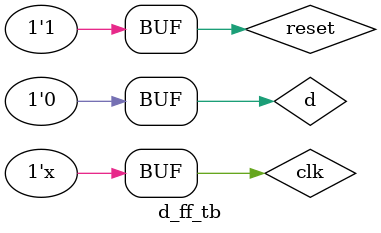
<source format=sv>

module d_ff_tb;

  reg clk = 1;
  reg reset;
  reg d;
  wire q;

  d_ff  d_ff_inst (
    .clk(clk),
    .reset(reset),
    .d(d),
    .q(q)
  );

always #5  clk = ! clk ;
initial begin
    reset <= 1;
    d <= 0;

end

endmodule
</source>
